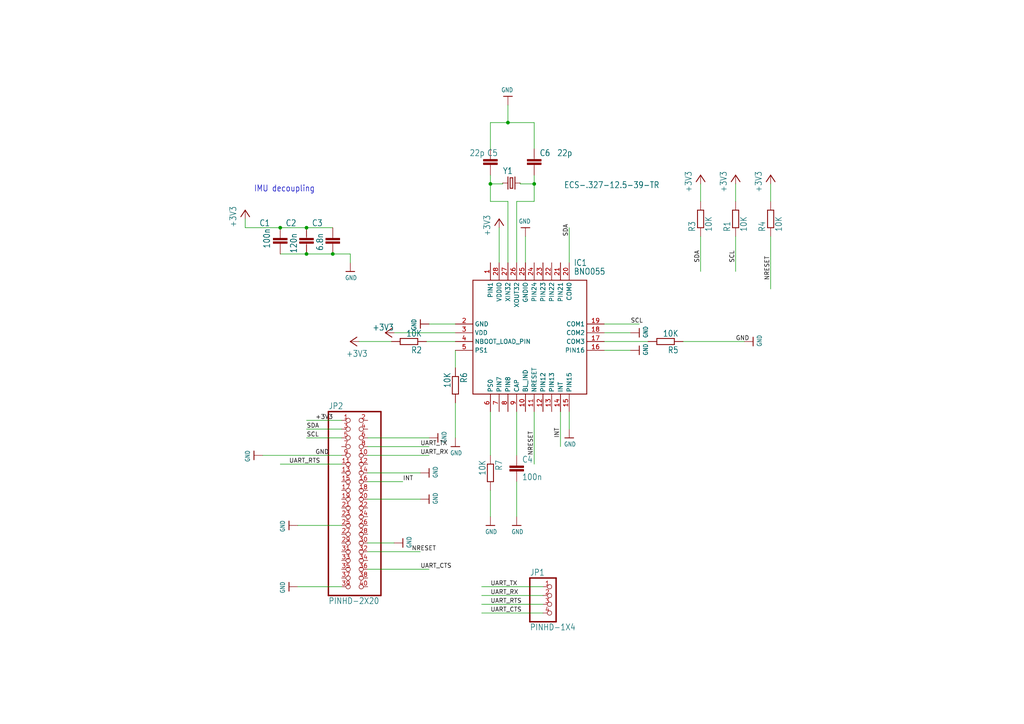
<source format=kicad_sch>
(kicad_sch (version 20211123) (generator eeschema)
  (paper "A4")
  (lib_symbols
    (symbol "IMU-eagle-import:+3V3" (power)
      (property "Value" "+3V3" (at -2.54 -5.08 90))
      (symbol "+3V3_1_0"
        (polyline (pts (xy 0 0) (xy -1.27 -1.905)) (stroke (width 0.254)))
        (polyline (pts (xy 1.27 -1.905) (xy 0 0)) (stroke (width 0.254)))
        (pin power_in line (at 0 -2.54 90) (length 2.54) (name "+3V3") (number "1"))
      )
    )
    (symbol "IMU-eagle-import:BNO055"
      (property "Reference" "IC" (at 39.37 17.78 0))
      (property "Value" "BNO055" (at 39.37 15.24 0))
      (symbol "BNO055_1_0"
        (polyline (pts (xy 5.08 12.7) (xy 5.08 -20.32)) (stroke (width 0.254)))
        (polyline (pts (xy 5.08 12.7) (xy 38.1 12.7)) (stroke (width 0.254)))
        (polyline (pts (xy 38.1 -20.32) (xy 5.08 -20.32)) (stroke (width 0.254)))
        (polyline (pts (xy 38.1 -20.32) (xy 38.1 12.7)) (stroke (width 0.254)))
        (pin input line (at 10.16 17.78 270) (length 5.08) (name "PIN1") (number "1"))
        (pin input line (at 20.32 -25.4 90) (length 5.08) (name "BL_IND") (number "10"))
        (pin input line (at 22.86 -25.4 90) (length 5.08) (name "NRESET") (number "11"))
        (pin input line (at 25.4 -25.4 90) (length 5.08) (name "PIN12") (number "12"))
        (pin input line (at 27.94 -25.4 90) (length 5.08) (name "PIN13") (number "13"))
        (pin bidirectional line (at 30.48 -25.4 90) (length 5.08) (name "INT") (number "14"))
        (pin bidirectional line (at 33.02 -25.4 90) (length 5.08) (name "PIN15") (number "15"))
        (pin bidirectional line (at 43.18 -7.62 180) (length 5.08) (name "PIN16") (number "16"))
        (pin bidirectional line (at 43.18 -5.08 180) (length 5.08) (name "COM3") (number "17"))
        (pin input line (at 43.18 -2.54 180) (length 5.08) (name "COM2") (number "18"))
        (pin input line (at 43.18 0 180) (length 5.08) (name "COM1") (number "19"))
        (pin input line (at 0 0 0) (length 5.08) (name "GND") (number "2"))
        (pin bidirectional line (at 33.02 17.78 270) (length 5.08) (name "COM0") (number "20"))
        (pin bidirectional line (at 30.48 17.78 270) (length 5.08) (name "PIN21") (number "21"))
        (pin input line (at 27.94 17.78 270) (length 5.08) (name "PIN22") (number "22"))
        (pin input line (at 25.4 17.78 270) (length 5.08) (name "PIN23") (number "23"))
        (pin input line (at 22.86 17.78 270) (length 5.08) (name "PIN24") (number "24"))
        (pin bidirectional line (at 20.32 17.78 270) (length 5.08) (name "GNDIO") (number "25"))
        (pin input line (at 17.78 17.78 270) (length 5.08) (name "XOUT32") (number "26"))
        (pin bidirectional line (at 15.24 17.78 270) (length 5.08) (name "XIN32") (number "27"))
        (pin input line (at 12.7 17.78 270) (length 5.08) (name "VDDIO") (number "28"))
        (pin power_in line (at 0 -2.54 0) (length 5.08) (name "VDD") (number "3"))
        (pin power_in line (at 0 -5.08 0) (length 5.08) (name "NBOOT_LOAD_PIN") (number "4"))
        (pin input line (at 0 -7.62 0) (length 5.08) (name "PS1") (number "5"))
        (pin power_in line (at 10.16 -25.4 90) (length 5.08) (name "PS0") (number "6"))
        (pin input line (at 12.7 -25.4 90) (length 5.08) (name "PIN7") (number "7"))
        (pin output line (at 15.24 -25.4 90) (length 5.08) (name "PIN8") (number "8"))
        (pin power_in line (at 17.78 -25.4 90) (length 5.08) (name "CAP") (number "9"))
      )
    )
    (symbol "IMU-eagle-import:C-EUC0805"
      (property "Reference" "C" (at 1.524 0.381 0))
      (property "Value" "C-EUC0805" (at 1.524 -4.699 0))
      (symbol "C-EUC0805_1_0"
        (rectangle (start -2.032 -2.032) (end 2.032 -1.524) (fill (type outline)))
        (rectangle (start -2.032 -1.016) (end 2.032 -0.508) (fill (type outline)))
        (polyline (pts (xy 0 -2.54) (xy 0 -2.032)) (stroke (width 0.1524)))
        (polyline (pts (xy 0 0) (xy 0 -0.508)) (stroke (width 0.1524)))
        (pin passive line (at 0 2.54 270) (length 2.54) (name "1") (number "1"))
        (pin passive line (at 0 -5.08 90) (length 2.54) (name "2") (number "2"))
      )
    )
    (symbol "IMU-eagle-import:ECS-.327-12.5-39-TR"
      (property "Reference" "Y" (at -5.0885 2.5442 0))
      (property "Value" "ECS-.327-12.5-39-TR" (at -5.0931 -4.0744 0))
      (symbol "ECS-.327-12.5-39-TR_1_0"
        (polyline (pts (xy -2.54 0) (xy -1.016 0)) (stroke (width 0.1524)))
        (polyline (pts (xy -1.016 1.778) (xy -1.016 -1.778)) (stroke (width 0.254)))
        (polyline (pts (xy -0.381 -1.524) (xy 0.381 -1.524)) (stroke (width 0.254)))
        (polyline (pts (xy -0.381 1.524) (xy -0.381 -1.524)) (stroke (width 0.254)))
        (polyline (pts (xy 0.381 -1.524) (xy 0.381 1.524)) (stroke (width 0.254)))
        (polyline (pts (xy 0.381 1.524) (xy -0.381 1.524)) (stroke (width 0.254)))
        (polyline (pts (xy 1.016 0) (xy 2.54 0)) (stroke (width 0.1524)))
        (polyline (pts (xy 1.016 1.778) (xy 1.016 -1.778)) (stroke (width 0.254)))
        (pin passive line (at -2.54 0 0) (length 0) (name "1") (number "1"))
        (pin passive line (at 2.54 0 180) (length 0) (name "2") (number "2"))
      )
    )
    (symbol "IMU-eagle-import:GND" (power)
      (property "Value" "GND" (at -1.524 -2.54 0))
      (symbol "GND_1_0"
        (polyline (pts (xy -1.27 0) (xy 1.27 0)) (stroke (width 0.254)))
        (pin power_in line (at 0 2.54 270) (length 2.54) (name "GND") (number "1"))
      )
    )
    (symbol "IMU-eagle-import:PINHD-1X4"
      (property "Reference" "JP" (at -6.35 8.255 0))
      (property "Value" "PINHD-1X4" (at -6.35 -7.62 0))
      (symbol "PINHD-1X4_1_0"
        (polyline (pts (xy -6.35 -5.08) (xy 1.27 -5.08)) (stroke (width 0.4064)))
        (polyline (pts (xy -6.35 7.62) (xy -6.35 -5.08)) (stroke (width 0.4064)))
        (polyline (pts (xy 1.27 -5.08) (xy 1.27 7.62)) (stroke (width 0.4064)))
        (polyline (pts (xy 1.27 7.62) (xy -6.35 7.62)) (stroke (width 0.4064)))
        (pin passive inverted (at -2.54 5.08 0) (length 2.54) (name "1") (number "1"))
        (pin passive inverted (at -2.54 2.54 0) (length 2.54) (name "2") (number "2"))
        (pin passive inverted (at -2.54 0 0) (length 2.54) (name "3") (number "3"))
        (pin passive inverted (at -2.54 -2.54 0) (length 2.54) (name "4") (number "4"))
      )
    )
    (symbol "IMU-eagle-import:PINHD-2X20"
      (property "Reference" "JP" (at -6.35 26.035 0))
      (property "Value" "PINHD-2X20" (at -6.35 -30.48 0))
      (symbol "PINHD-2X20_1_0"
        (polyline (pts (xy -6.35 -27.94) (xy 8.89 -27.94)) (stroke (width 0.4064)))
        (polyline (pts (xy -6.35 25.4) (xy -6.35 -27.94)) (stroke (width 0.4064)))
        (polyline (pts (xy 8.89 -27.94) (xy 8.89 25.4)) (stroke (width 0.4064)))
        (polyline (pts (xy 8.89 25.4) (xy -6.35 25.4)) (stroke (width 0.4064)))
        (pin passive inverted (at -2.54 22.86 0) (length 2.54) (name "1") (number "1"))
        (pin passive inverted (at 5.08 12.7 180) (length 2.54) (name "10") (number "10"))
        (pin passive inverted (at -2.54 10.16 0) (length 2.54) (name "11") (number "11"))
        (pin passive inverted (at 5.08 10.16 180) (length 2.54) (name "12") (number "12"))
        (pin passive inverted (at -2.54 7.62 0) (length 2.54) (name "13") (number "13"))
        (pin passive inverted (at 5.08 7.62 180) (length 2.54) (name "14") (number "14"))
        (pin passive inverted (at -2.54 5.08 0) (length 2.54) (name "15") (number "15"))
        (pin passive inverted (at 5.08 5.08 180) (length 2.54) (name "16") (number "16"))
        (pin passive inverted (at -2.54 2.54 0) (length 2.54) (name "17") (number "17"))
        (pin passive inverted (at 5.08 2.54 180) (length 2.54) (name "18") (number "18"))
        (pin passive inverted (at -2.54 0 0) (length 2.54) (name "19") (number "19"))
        (pin passive inverted (at 5.08 22.86 180) (length 2.54) (name "2") (number "2"))
        (pin passive inverted (at 5.08 0 180) (length 2.54) (name "20") (number "20"))
        (pin passive inverted (at -2.54 -2.54 0) (length 2.54) (name "21") (number "21"))
        (pin passive inverted (at 5.08 -2.54 180) (length 2.54) (name "22") (number "22"))
        (pin passive inverted (at -2.54 -5.08 0) (length 2.54) (name "23") (number "23"))
        (pin passive inverted (at 5.08 -5.08 180) (length 2.54) (name "24") (number "24"))
        (pin passive inverted (at -2.54 -7.62 0) (length 2.54) (name "25") (number "25"))
        (pin passive inverted (at 5.08 -7.62 180) (length 2.54) (name "26") (number "26"))
        (pin passive inverted (at -2.54 -10.16 0) (length 2.54) (name "27") (number "27"))
        (pin passive inverted (at 5.08 -10.16 180) (length 2.54) (name "28") (number "28"))
        (pin passive inverted (at -2.54 -12.7 0) (length 2.54) (name "29") (number "29"))
        (pin passive inverted (at -2.54 20.32 0) (length 2.54) (name "3") (number "3"))
        (pin passive inverted (at 5.08 -12.7 180) (length 2.54) (name "30") (number "30"))
        (pin passive inverted (at -2.54 -15.24 0) (length 2.54) (name "31") (number "31"))
        (pin passive inverted (at 5.08 -15.24 180) (length 2.54) (name "32") (number "32"))
        (pin passive inverted (at -2.54 -17.78 0) (length 2.54) (name "33") (number "33"))
        (pin passive inverted (at 5.08 -17.78 180) (length 2.54) (name "34") (number "34"))
        (pin passive inverted (at -2.54 -20.32 0) (length 2.54) (name "35") (number "35"))
        (pin passive inverted (at 5.08 -20.32 180) (length 2.54) (name "36") (number "36"))
        (pin passive inverted (at -2.54 -22.86 0) (length 2.54) (name "37") (number "37"))
        (pin passive inverted (at 5.08 -22.86 180) (length 2.54) (name "38") (number "38"))
        (pin passive inverted (at -2.54 -25.4 0) (length 2.54) (name "39") (number "39"))
        (pin passive inverted (at 5.08 20.32 180) (length 2.54) (name "4") (number "4"))
        (pin passive inverted (at 5.08 -25.4 180) (length 2.54) (name "40") (number "40"))
        (pin passive inverted (at -2.54 17.78 0) (length 2.54) (name "5") (number "5"))
        (pin passive inverted (at 5.08 17.78 180) (length 2.54) (name "6") (number "6"))
        (pin passive inverted (at -2.54 15.24 0) (length 2.54) (name "7") (number "7"))
        (pin passive inverted (at 5.08 15.24 180) (length 2.54) (name "8") (number "8"))
        (pin passive inverted (at -2.54 12.7 0) (length 2.54) (name "9") (number "9"))
      )
    )
    (symbol "IMU-eagle-import:R-EU_R0805"
      (property "Reference" "R" (at -3.81 1.4986 0))
      (property "Value" "R-EU_R0805" (at -3.81 -3.302 0))
      (symbol "R-EU_R0805_1_0"
        (polyline (pts (xy -2.54 -0.889) (xy -2.54 0.889)) (stroke (width 0.254)))
        (polyline (pts (xy -2.54 -0.889) (xy 2.54 -0.889)) (stroke (width 0.254)))
        (polyline (pts (xy 2.54 -0.889) (xy 2.54 0.889)) (stroke (width 0.254)))
        (polyline (pts (xy 2.54 0.889) (xy -2.54 0.889)) (stroke (width 0.254)))
        (pin passive line (at -5.08 0 0) (length 2.54) (name "1") (number "1"))
        (pin passive line (at 5.08 0 180) (length 2.54) (name "2") (number "2"))
      )
    )
  )
  (junction (at 81.28 66.04))
  (junction (at 88.9 73.66))
  (junction (at 88.9 66.04))
  (junction (at 96.52 73.66))
  (junction (at 147.32 35.56))
  (junction (at 142.24 53.34))
  (junction (at 154.94 53.34))
  (wire (pts (xy 150.876 53.34) (xy 154.94 53.34)))
  (wire (pts (xy 99.06 152.4) (xy 86.36 152.4)))
  (wire (pts (xy 81.28 66.04) (xy 71.12 66.04)))
  (wire (pts (xy 175.26 99.06) (xy 187.96 99.06)))
  (wire (pts (xy 203.2 58.42) (xy 203.2 53.34)))
  (wire (pts (xy 213.36 68.58) (xy 213.36 78.74)))
  (wire (pts (xy 132.08 96.52) (xy 114.3 96.52)))
  (wire (pts (xy 101.6 73.66) (xy 101.6 76.2)))
  (wire (pts (xy 132.08 99.06) (xy 123.698 99.06)))
  (wire (pts (xy 99.06 127) (xy 88.9 127)))
  (wire (pts (xy 147.32 58.42) (xy 142.24 58.42)))
  (wire (pts (xy 175.26 101.6) (xy 182.88 101.6)))
  (wire (pts (xy 162.56 119.38) (xy 162.56 129.54)))
  (wire (pts (xy 157.48 175.26) (xy 139.7 175.26)))
  (wire (pts (xy 165.1 76.2) (xy 165.1 66.04)))
  (wire (pts (xy 99.06 124.46) (xy 88.9 124.46)))
  (wire (pts (xy 106.68 139.7) (xy 116.84 139.7)))
  (wire (pts (xy 147.32 35.56) (xy 147.32 30.48)))
  (wire (pts (xy 96.52 73.66) (xy 101.6 73.66)))
  (wire (pts (xy 213.36 58.42) (xy 213.36 53.34)))
  (wire (pts (xy 106.68 144.78) (xy 121.92 144.78)))
  (wire (pts (xy 106.68 127) (xy 124.46 127)))
  (wire (pts (xy 154.94 119.38) (xy 154.94 134.62)))
  (wire (pts (xy 175.26 93.98) (xy 185.42 93.98)))
  (wire (pts (xy 99.06 132.08) (xy 76.2 132.08)))
  (wire (pts (xy 106.68 160.02) (xy 121.92 160.02)))
  (wire (pts (xy 175.26 96.52) (xy 182.88 96.52)))
  (wire (pts (xy 165.1 119.38) (xy 165.1 124.46)))
  (wire (pts (xy 154.94 58.42) (xy 154.94 53.34)))
  (wire (pts (xy 150.876 53.086) (xy 150.876 53.34)))
  (wire (pts (xy 149.86 119.38) (xy 149.86 132.08)))
  (wire (pts (xy 157.48 170.18) (xy 139.7 170.18)))
  (wire (pts (xy 203.2 68.58) (xy 203.2 78.74)))
  (wire (pts (xy 106.68 137.16) (xy 121.92 137.16)))
  (wire (pts (xy 142.24 35.56) (xy 142.24 43.18)))
  (wire (pts (xy 96.52 66.04) (xy 88.9 66.04)))
  (wire (pts (xy 132.08 101.6) (xy 132.08 106.68)))
  (wire (pts (xy 106.68 165.1) (xy 124.46 165.1)))
  (wire (pts (xy 198.12 99.06) (xy 215.9 99.06)))
  (wire (pts (xy 106.68 129.54) (xy 124.46 129.54)))
  (wire (pts (xy 154.94 53.34) (xy 154.94 50.8)))
  (wire (pts (xy 145.796 53.34) (xy 142.24 53.34)))
  (wire (pts (xy 223.52 68.58) (xy 223.52 83.82)))
  (wire (pts (xy 132.08 93.98) (xy 124.46 93.98)))
  (wire (pts (xy 71.12 66.04) (xy 71.12 63.5)))
  (wire (pts (xy 147.32 76.2) (xy 147.32 58.42)))
  (wire (pts (xy 144.78 76.2) (xy 144.78 66.04)))
  (wire (pts (xy 157.48 172.72) (xy 139.7 172.72)))
  (wire (pts (xy 142.24 53.34) (xy 142.24 50.8)))
  (wire (pts (xy 145.796 53.086) (xy 145.796 53.34)))
  (wire (pts (xy 142.24 142.24) (xy 142.24 149.86)))
  (wire (pts (xy 149.86 139.7) (xy 149.86 149.86)))
  (wire (pts (xy 142.24 58.42) (xy 142.24 53.34)))
  (wire (pts (xy 157.48 177.8) (xy 139.7 177.8)))
  (wire (pts (xy 113.538 99.06) (xy 104.14 99.06)))
  (wire (pts (xy 81.28 73.66) (xy 88.9 73.66)))
  (wire (pts (xy 147.32 35.56) (xy 142.24 35.56)))
  (wire (pts (xy 106.68 132.08) (xy 124.46 132.08)))
  (wire (pts (xy 149.86 58.42) (xy 154.94 58.42)))
  (wire (pts (xy 149.86 76.2) (xy 149.86 58.42)))
  (wire (pts (xy 106.68 157.48) (xy 114.3 157.48)))
  (wire (pts (xy 99.06 134.62) (xy 81.28 134.62)))
  (wire (pts (xy 132.08 116.84) (xy 132.08 127)))
  (wire (pts (xy 88.9 66.04) (xy 81.28 66.04)))
  (wire (pts (xy 99.06 170.18) (xy 86.36 170.18)))
  (wire (pts (xy 142.24 119.38) (xy 142.24 132.08)))
  (wire (pts (xy 223.52 58.42) (xy 223.52 53.34)))
  (wire (pts (xy 154.94 35.56) (xy 147.32 35.56)))
  (wire (pts (xy 99.06 121.92) (xy 88.9 121.92)))
  (wire (pts (xy 152.4 76.2) (xy 152.4 68.58)))
  (wire (pts (xy 154.94 43.18) (xy 154.94 35.56)))
  (wire (pts (xy 88.9 73.66) (xy 96.52 73.66)))
  (text "IMU decoupling" (at 73.66 55.88 180) (effects (font (size 1.778 1.5113)) (justify left bottom)))
  (label "UART_RX" (at 121.92 132.08 0) (effects (font (size 1.2446 1.2446))))
  (label "UART_CTS" (at 121.92 165.1 0) (effects (font (size 1.2446 1.2446))))
  (label "NRESET" (at 154.94 132.08 90) (effects (font (size 1.2446 1.2446))))
  (label "UART_TX" (at 121.92 129.54 0) (effects (font (size 1.2446 1.2446))))
  (label "GND" (at 91.44 132.08 0) (effects (font (size 1.2446 1.2446))))
  (label "UART_RTS" (at 142.24 175.26 0) (effects (font (size 1.2446 1.2446))))
  (label "UART_CTS" (at 142.24 177.8 0) (effects (font (size 1.2446 1.2446))))
  (label "UART_TX" (at 142.24 170.18 0) (effects (font (size 1.2446 1.2446))))
  (label "INT" (at 162.56 127 90) (effects (font (size 1.2446 1.2446))))
  (label "UART_RX" (at 142.24 172.72 0) (effects (font (size 1.2446 1.2446))))
  (label "INT" (at 116.84 139.7 0) (effects (font (size 1.2446 1.2446))))
  (label "SDA" (at 165.1 68.58 90) (effects (font (size 1.2446 1.2446))))
  (label "+3V3" (at 91.44 121.92 0) (effects (font (size 1.2446 1.2446))))
  (label "SDA" (at 203.2 76.2 90) (effects (font (size 1.2446 1.2446))))
  (label "SCL" (at 182.88 93.98 0) (effects (font (size 1.2446 1.2446))))
  (label "SCL" (at 213.36 76.2 90) (effects (font (size 1.2446 1.2446))))
  (label "SCL" (at 88.9 127 0) (effects (font (size 1.2446 1.2446))))
  (label "NRESET" (at 223.52 81.28 90) (effects (font (size 1.2446 1.2446))))
  (label "NRESET" (at 119.38 160.02 0) (effects (font (size 1.2446 1.2446))))
  (label "GND" (at 213.36 99.06 0) (effects (font (size 1.2446 1.2446))))
  (label "UART_RTS" (at 83.82 134.62 0) (effects (font (size 1.2446 1.2446))))
  (label "SDA" (at 88.9 124.46 0) (effects (font (size 1.2446 1.2446))))
  (symbol (lib_id "IMU-eagle-import:C-EUC0805") (at 149.86 134.62 0) (unit 1)
    (property "Reference" "C4" (at 151.384 134.239 0) (effects (font (size 1.778 1.5113)) (justify left bottom)))
    (property "Value" "100n" (at 151.384 139.319 0) (effects (font (size 1.778 1.5113)) (justify left bottom)))
    (property "Footprint" "IMU:C0805" (effects hide))
  )
  (symbol (lib_id "IMU-eagle-import:GND") (at 101.6 78.74 0) (unit 1)
    (property "Reference" "#U$6" (effects hide))
    (property "Value" "GND" (at 100.076 81.28 0) (effects (font (size 1.27 1.0795)) (justify left bottom)))
    (property "Footprint" "IMU:" (effects hide))
  )
  (symbol (lib_id "IMU-eagle-import:C-EUC0805") (at 154.94 45.72 0) (unit 1)
    (property "Reference" "C6" (at 156.464 45.339 0) (effects (font (size 1.778 1.5113)) (justify left bottom)))
    (property "Value" "22p" (at 161.544 45.339 0) (effects (font (size 1.778 1.5113)) (justify left bottom)))
    (property "Footprint" "IMU:C0805" (effects hide))
  )
  (symbol (lib_id "IMU-eagle-import:+3V3") (at 111.76 96.52 90) (unit 1)
    (property "Reference" "#+3V1" (effects hide))
    (property "Value" "+3V3" (at 114.3 93.98 90) (effects (font (size 1.778 1.5113)) (justify left bottom)))
    (property "Footprint" "IMU:" (effects hide))
  )
  (symbol (lib_id "IMU-eagle-import:C-EUC0805") (at 142.24 45.72 0) (unit 1)
    (property "Reference" "C5" (at 141.224 45.339 0) (effects (font (size 1.778 1.5113)) (justify left bottom)))
    (property "Value" "22p" (at 136.144 45.339 0) (effects (font (size 1.778 1.5113)) (justify left bottom)))
    (property "Footprint" "IMU:C0805" (effects hide))
  )
  (symbol (lib_id "IMU-eagle-import:GND") (at 116.84 157.48 90) (unit 1)
    (property "Reference" "#U$15" (effects hide))
    (property "Value" "GND" (at 119.38 159.004 0) (effects (font (size 1.27 1.0795)) (justify left bottom)))
    (property "Footprint" "IMU:" (effects hide))
  )
  (symbol (lib_id "IMU-eagle-import:+3V3") (at 223.52 50.8 0) (unit 1)
    (property "Reference" "#+3V7" (effects hide))
    (property "Value" "+3V3" (at 220.98 55.88 90) (effects (font (size 1.778 1.5113)) (justify left bottom)))
    (property "Footprint" "IMU:" (effects hide))
  )
  (symbol (lib_id "IMU-eagle-import:R-EU_R0805") (at 118.618 99.06 180) (unit 1)
    (property "Reference" "R2" (at 122.428 100.5586 0) (effects (font (size 1.778 1.5113)) (justify left bottom)))
    (property "Value" "10K" (at 122.428 95.758 0) (effects (font (size 1.778 1.5113)) (justify left bottom)))
    (property "Footprint" "IMU:R0805" (effects hide))
  )
  (symbol (lib_id "IMU-eagle-import:GND") (at 121.92 93.98 270) (unit 1)
    (property "Reference" "#U$5" (effects hide))
    (property "Value" "GND" (at 119.38 92.456 0) (effects (font (size 1.27 1.0795)) (justify left bottom)))
    (property "Footprint" "IMU:" (effects hide))
  )
  (symbol (lib_id "IMU-eagle-import:GND") (at 83.82 152.4 270) (unit 1)
    (property "Reference" "#U$14" (effects hide))
    (property "Value" "GND" (at 81.28 150.876 0) (effects (font (size 1.27 1.0795)) (justify left bottom)))
    (property "Footprint" "IMU:" (effects hide))
  )
  (symbol (lib_id "IMU-eagle-import:R-EU_R0805") (at 213.36 63.5 90) (unit 1)
    (property "Reference" "R1" (at 211.8614 67.31 0) (effects (font (size 1.778 1.5113)) (justify left bottom)))
    (property "Value" "10K" (at 216.662 67.31 0) (effects (font (size 1.778 1.5113)) (justify left bottom)))
    (property "Footprint" "IMU:R0805" (effects hide))
  )
  (symbol (lib_id "IMU-eagle-import:C-EUC0805") (at 96.52 68.58 0) (unit 1)
    (property "Reference" "C3" (at 90.424 65.659 0) (effects (font (size 1.778 1.5113)) (justify left bottom)))
    (property "Value" "6.8n" (at 91.821 67.564 90) (effects (font (size 1.778 1.5113)) (justify right top)))
    (property "Footprint" "IMU:C0805" (effects hide))
  )
  (symbol (lib_id "IMU-eagle-import:R-EU_R0805") (at 132.08 111.76 270) (unit 1)
    (property "Reference" "R6" (at 133.5786 107.95 0) (effects (font (size 1.778 1.5113)) (justify left bottom)))
    (property "Value" "10K" (at 128.778 107.95 0) (effects (font (size 1.778 1.5113)) (justify left bottom)))
    (property "Footprint" "IMU:R0805" (effects hide))
  )
  (symbol (lib_id "IMU-eagle-import:GND") (at 218.44 99.06 90) (unit 1)
    (property "Reference" "#U$18" (effects hide))
    (property "Value" "GND" (at 220.98 100.584 0) (effects (font (size 1.27 1.0795)) (justify left bottom)))
    (property "Footprint" "IMU:" (effects hide))
  )
  (symbol (lib_id "IMU-eagle-import:GND") (at 127 127 90) (unit 1)
    (property "Reference" "#U$2" (effects hide))
    (property "Value" "GND" (at 129.54 128.524 0) (effects (font (size 1.27 1.0795)) (justify left bottom)))
    (property "Footprint" "IMU:" (effects hide))
  )
  (symbol (lib_id "IMU-eagle-import:GND") (at 83.82 170.18 270) (unit 1)
    (property "Reference" "#U$16" (effects hide))
    (property "Value" "GND" (at 81.28 168.656 0) (effects (font (size 1.27 1.0795)) (justify left bottom)))
    (property "Footprint" "IMU:" (effects hide))
  )
  (symbol (lib_id "IMU-eagle-import:GND") (at 73.66 132.08 270) (unit 1)
    (property "Reference" "#U$1" (effects hide))
    (property "Value" "GND" (at 71.12 130.556 0) (effects (font (size 1.27 1.0795)) (justify left bottom)))
    (property "Footprint" "IMU:" (effects hide))
  )
  (symbol (lib_id "IMU-eagle-import:GND") (at 149.86 152.4 0) (unit 1)
    (property "Reference" "#U$10" (effects hide))
    (property "Value" "GND" (at 148.336 154.94 0) (effects (font (size 1.27 1.0795)) (justify left bottom)))
    (property "Footprint" "IMU:" (effects hide))
  )
  (symbol (lib_id "IMU-eagle-import:GND") (at 142.24 152.4 0) (unit 1)
    (property "Reference" "#U$9" (effects hide))
    (property "Value" "GND" (at 140.716 154.94 0) (effects (font (size 1.27 1.0795)) (justify left bottom)))
    (property "Footprint" "IMU:" (effects hide))
  )
  (symbol (lib_id "IMU-eagle-import:R-EU_R0805") (at 203.2 63.5 90) (unit 1)
    (property "Reference" "R3" (at 201.7014 67.31 0) (effects (font (size 1.778 1.5113)) (justify left bottom)))
    (property "Value" "10K" (at 206.502 67.31 0) (effects (font (size 1.778 1.5113)) (justify left bottom)))
    (property "Footprint" "IMU:R0805" (effects hide))
  )
  (symbol (lib_id "IMU-eagle-import:+3V3") (at 203.2 50.8 0) (unit 1)
    (property "Reference" "#+3V5" (effects hide))
    (property "Value" "+3V3" (at 200.66 55.88 90) (effects (font (size 1.778 1.5113)) (justify left bottom)))
    (property "Footprint" "IMU:" (effects hide))
  )
  (symbol (lib_id "IMU-eagle-import:C-EUC0805") (at 88.9 68.58 0) (unit 1)
    (property "Reference" "C2" (at 82.804 65.659 0) (effects (font (size 1.778 1.5113)) (justify left bottom)))
    (property "Value" "120n" (at 84.201 67.564 90) (effects (font (size 1.778 1.5113)) (justify right top)))
    (property "Footprint" "IMU:C0805" (effects hide))
  )
  (symbol (lib_id "IMU-eagle-import:PINHD-1X4") (at 160.02 175.26 0) (unit 1)
    (property "Reference" "JP1" (at 153.67 167.005 0) (effects (font (size 1.778 1.5113)) (justify left bottom)))
    (property "Value" "PINHD-1X4" (at 153.67 182.88 0) (effects (font (size 1.778 1.5113)) (justify left bottom)))
    (property "Footprint" "IMU:1X04" (effects hide))
  )
  (symbol (lib_id "IMU-eagle-import:GND") (at 185.42 101.6 90) (unit 1)
    (property "Reference" "#U$12" (effects hide))
    (property "Value" "GND" (at 187.96 103.124 0) (effects (font (size 1.27 1.0795)) (justify left bottom)))
    (property "Footprint" "IMU:" (effects hide))
  )
  (symbol (lib_id "IMU-eagle-import:GND") (at 165.1 127 0) (unit 1)
    (property "Reference" "#U$11" (effects hide))
    (property "Value" "GND" (at 163.576 129.54 0) (effects (font (size 1.27 1.0795)) (justify left bottom)))
    (property "Footprint" "IMU:" (effects hide))
  )
  (symbol (lib_id "IMU-eagle-import:GND") (at 152.4 66.04 180) (unit 1)
    (property "Reference" "#U$7" (effects hide))
    (property "Value" "GND" (at 153.924 63.5 0) (effects (font (size 1.27 1.0795)) (justify left bottom)))
    (property "Footprint" "IMU:" (effects hide))
  )
  (symbol (lib_id "IMU-eagle-import:+3V3") (at 71.12 60.96 0) (unit 1)
    (property "Reference" "#+3V6" (effects hide))
    (property "Value" "+3V3" (at 68.58 66.04 90) (effects (font (size 1.778 1.5113)) (justify left bottom)))
    (property "Footprint" "IMU:" (effects hide))
  )
  (symbol (lib_id "IMU-eagle-import:R-EU_R0805") (at 223.52 63.5 90) (unit 1)
    (property "Reference" "R4" (at 222.0214 67.31 0) (effects (font (size 1.778 1.5113)) (justify left bottom)))
    (property "Value" "10K" (at 226.822 67.31 0) (effects (font (size 1.778 1.5113)) (justify left bottom)))
    (property "Footprint" "IMU:R0805" (effects hide))
  )
  (symbol (lib_id "IMU-eagle-import:BNO055") (at 132.08 93.98 0) (unit 1)
    (property "Reference" "IC1" (at 166.37 76.2 0) (effects (font (size 1.778 1.5113)) (justify left)))
    (property "Value" "BNO055" (at 166.37 78.74 0) (effects (font (size 1.778 1.5113)) (justify left)))
    (property "Footprint" "IMU:BNO055" (effects hide))
  )
  (symbol (lib_id "IMU-eagle-import:GND") (at 185.42 96.52 90) (unit 1)
    (property "Reference" "#U$13" (effects hide))
    (property "Value" "GND" (at 187.96 98.044 0) (effects (font (size 1.27 1.0795)) (justify left bottom)))
    (property "Footprint" "IMU:" (effects hide))
  )
  (symbol (lib_id "IMU-eagle-import:ECS-.327-12.5-39-TR") (at 148.336 53.086 0) (unit 1)
    (property "Reference" "Y1" (at 145.7875 50.5418 0) (effects (font (size 1.7809 1.5137)) (justify left bottom)))
    (property "Value" "ECS-.327-12.5-39-TR" (at 163.5629 54.6205 0) (effects (font (size 1.7825 1.5151)) (justify left bottom)))
    (property "Footprint" "IMU:ECS-.327-12.5-39-TR" (effects hide))
  )
  (symbol (lib_id "IMU-eagle-import:C-EUC0805") (at 81.28 68.58 0) (unit 1)
    (property "Reference" "C1" (at 75.184 65.659 0) (effects (font (size 1.778 1.5113)) (justify left bottom)))
    (property "Value" "100n" (at 78.359 72.136 90) (effects (font (size 1.778 1.5113)) (justify left bottom)))
    (property "Footprint" "IMU:C0805" (effects hide))
  )
  (symbol (lib_id "IMU-eagle-import:PINHD-2X20") (at 101.6 144.78 0) (unit 1)
    (property "Reference" "JP2" (at 95.25 118.745 0) (effects (font (size 1.778 1.5113)) (justify left bottom)))
    (property "Value" "PINHD-2X20" (at 95.25 175.26 0) (effects (font (size 1.778 1.5113)) (justify left bottom)))
    (property "Footprint" "IMU:2X20" (effects hide))
  )
  (symbol (lib_id "IMU-eagle-import:GND") (at 132.08 129.54 0) (unit 1)
    (property "Reference" "#U$8" (effects hide))
    (property "Value" "GND" (at 130.556 132.08 0) (effects (font (size 1.27 1.0795)) (justify left bottom)))
    (property "Footprint" "IMU:" (effects hide))
  )
  (symbol (lib_id "IMU-eagle-import:GND") (at 124.46 144.78 90) (unit 1)
    (property "Reference" "#U$4" (effects hide))
    (property "Value" "GND" (at 127 146.304 0) (effects (font (size 1.27 1.0795)) (justify left bottom)))
    (property "Footprint" "IMU:" (effects hide))
  )
  (symbol (lib_id "IMU-eagle-import:+3V3") (at 144.78 63.5 0) (unit 1)
    (property "Reference" "#+3V2" (effects hide))
    (property "Value" "+3V3" (at 142.24 68.58 90) (effects (font (size 1.778 1.5113)) (justify left bottom)))
    (property "Footprint" "IMU:" (effects hide))
  )
  (symbol (lib_id "IMU-eagle-import:R-EU_R0805") (at 142.24 137.16 270) (unit 1)
    (property "Reference" "R7" (at 143.7386 133.35 0) (effects (font (size 1.778 1.5113)) (justify left bottom)))
    (property "Value" "10K" (at 138.938 133.35 0) (effects (font (size 1.778 1.5113)) (justify left bottom)))
    (property "Footprint" "IMU:R0805" (effects hide))
  )
  (symbol (lib_id "IMU-eagle-import:+3V3") (at 213.36 50.8 0) (unit 1)
    (property "Reference" "#+3V3" (effects hide))
    (property "Value" "+3V3" (at 210.82 55.88 90) (effects (font (size 1.778 1.5113)) (justify left bottom)))
    (property "Footprint" "IMU:" (effects hide))
  )
  (symbol (lib_id "IMU-eagle-import:R-EU_R0805") (at 193.04 99.06 180) (unit 1)
    (property "Reference" "R5" (at 196.85 100.5586 0) (effects (font (size 1.778 1.5113)) (justify left bottom)))
    (property "Value" "10K" (at 196.85 95.758 0) (effects (font (size 1.778 1.5113)) (justify left bottom)))
    (property "Footprint" "IMU:R0805" (effects hide))
  )
  (symbol (lib_id "IMU-eagle-import:+3V3") (at 101.6 99.06 90) (unit 1)
    (property "Reference" "#+3V4" (effects hide))
    (property "Value" "+3V3" (at 106.68 101.6 90) (effects (font (size 1.778 1.5113)) (justify left bottom)))
    (property "Footprint" "IMU:" (effects hide))
  )
  (symbol (lib_id "IMU-eagle-import:GND") (at 124.46 137.16 90) (unit 1)
    (property "Reference" "#U$3" (effects hide))
    (property "Value" "GND" (at 127 138.684 0) (effects (font (size 1.27 1.0795)) (justify left bottom)))
    (property "Footprint" "IMU:" (effects hide))
  )
  (symbol (lib_id "IMU-eagle-import:GND") (at 147.32 27.94 180) (unit 1)
    (property "Reference" "#U$17" (effects hide))
    (property "Value" "GND" (at 148.844 25.4 0) (effects (font (size 1.27 1.0795)) (justify left bottom)))
    (property "Footprint" "IMU:" (effects hide))
  )
)
</source>
